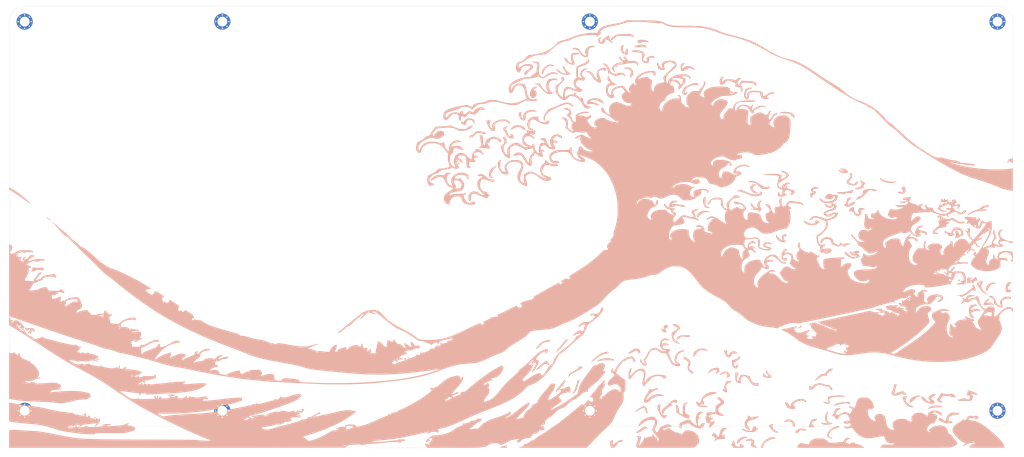
<source format=kicad_pcb>
(kicad_pcb (version 20211014) (generator pcbnew)
  (layers (0 "F.Cu" signal) (31 "B.Cu" signal) (34 "B.Paste" user) (35 "F.Paste" user) (36 "B.SilkS" user "B.Silkscreen") (37 "F.SilkS" user "F.Silkscreen") (38 "B.Mask" user) (39 "F.Mask" user) (44 "Edge.Cuts" user))
  (net 0 "")
  (net 1 "GND")
  (footprint "keyboard:MountingHole_3.2mm_M2_Pad_Via" (layer "F.Cu") (at 61.89 81.232)
    (fp_text reference "MountBaseMiddleTop1" hide)
    (fp_text value "MountingHole")
    (pad "1" thru_hole circle (at 1.49 1.49) (size 0.7 0.7) (drill 0.4) (layers *.Cu *.Mask))
    (pad "1" thru_hole circle (at 1.49 -1.49) (size 0.7 0.7) (drill 0.4) (layers *.Cu *.Mask))
    (pad "1" thru_hole circle (at 0 0) (size 5.2 5.2) (drill 3.2) (layers *.Cu *.Mask))
    (pad "1" thru_hole circle (at 2.1 0) (size 0.7 0.7) (drill 0.4) (layers *.Cu *.Mask))
    (pad "1" thru_hole circle (at -2.1 0) (size 0.7 0.7) (drill 0.4) (layers *.Cu *.Mask))
    (pad "1" thru_hole circle (at -1.49 1.49) (size 0.7 0.7) (drill 0.4) (layers *.Cu *.Mask))
    (pad "1" thru_hole circle (at 0 2.1) (size 0.7 0.7) (drill 0.4) (layers *.Cu *.Mask))
    (pad "1" thru_hole circle (at -1.49 -1.49) (size 0.7 0.7) (drill 0.4) (layers *.Cu *.Mask))
    (pad "1" thru_hole circle (at 0 -2.1) (size 0.7 0.7) (drill 0.4) (layers *.Cu *.Mask))
  )
  (footprint "keyboard:MountingHole_3.2mm_M2_Pad_Via" (layer "F.Cu") (at 61.89 207.232)
    (fp_text reference "MountBaseMiddleTop2" hide)
    (fp_text value "MountingHole")
    (pad "1" thru_hole circle (at -2.1 0) (size 0.7 0.7) (drill 0.4) (layers *.Cu *.Mask))
    (pad "1" thru_hole circle (at -1.49 -1.49) (size 0.7 0.7) (drill 0.4) (layers *.Cu *.Mask))
    (pad "1" thru_hole circle (at 2.1 0) (size 0.7 0.7) (drill 0.4) (layers *.Cu *.Mask))
    (pad "1" thru_hole circle (at 0 0) (size 5.2 5.2) (drill 3.2) (layers *.Cu *.Mask))
    (pad "1" thru_hole circle (at -1.49 1.49) (size 0.7 0.7) (drill 0.4) (layers *.Cu *.Mask))
    (pad "1" thru_hole circle (at 0 -2.1) (size 0.7 0.7) (drill 0.4) (layers *.Cu *.Mask))
    (pad "1" thru_hole circle (at 0 2.1) (size 0.7 0.7) (drill 0.4) (layers *.Cu *.Mask))
    (pad "1" thru_hole circle (at 1.49 1.49) (size 0.7 0.7) (drill 0.4) (layers *.Cu *.Mask))
    (pad "1" thru_hole circle (at 1.49 -1.49) (size 0.7 0.7) (drill 0.4) (layers *.Cu *.Mask))
  )
  (footprint "keyboard:MountingHole_3.2mm_M2_Pad_Via" (layer "F.Cu") (at 244.89 81.232)
    (fp_text reference "MountBaseMiddleTop5" hide)
    (fp_text value "MountingHole")
    (pad "1" thru_hole circle (at 2.1 0) (size 0.7 0.7) (drill 0.4) (layers *.Cu *.Mask))
    (pad "1" thru_hole circle (at -2.1 0) (size 0.7 0.7) (drill 0.4) (layers *.Cu *.Mask))
    (pad "1" thru_hole circle (at -1.49 1.49) (size 0.7 0.7) (drill 0.4) (layers *.Cu *.Mask))
    (pad "1" thru_hole circle (at 0 0) (size 5.2 5.2) (drill 3.2) (layers *.Cu *.Mask))
    (pad "1" thru_hole circle (at -1.49 -1.49) (size 0.7 0.7) (drill 0.4) (layers *.Cu *.Mask))
    (pad "1" thru_hole circle (at 0 -2.1) (size 0.7 0.7) (drill 0.4) (layers *.Cu *.Mask))
    (pad "1" thru_hole circle (at 1.49 -1.49) (size 0.7 0.7) (drill 0.4) (layers *.Cu *.Mask))
    (pad "1" thru_hole circle (at 0 2.1) (size 0.7 0.7) (drill 0.4) (layers *.Cu *.Mask))
    (pad "1" thru_hole circle (at 1.49 1.49) (size 0.7 0.7) (drill 0.4) (layers *.Cu *.Mask))
  )
  (footprint "keyboard:MountingHole_3.2mm_M2_Pad_Via" (layer "F.Cu") (at 244.89 207.232)
    (fp_text reference "MountBaseMiddleTop6" hide)
    (fp_text value "MountingHole")
    (pad "1" thru_hole circle (at 1.49 -1.49) (size 0.7 0.7) (drill 0.4) (layers *.Cu *.Mask))
    (pad "1" thru_hole circle (at 1.49 1.49) (size 0.7 0.7) (drill 0.4) (layers *.Cu *.Mask))
    (pad "1" thru_hole circle (at 0 2.1) (size 0.7 0.7) (drill 0.4) (layers *.Cu *.Mask))
    (pad "1" thru_hole circle (at 0 -2.1) (size 0.7 0.7) (drill 0.4) (layers *.Cu *.Mask))
    (pad "1" thru_hole circle (at 2.1 0) (size 0.7 0.7) (drill 0.4) (layers *.Cu *.Mask))
    (pad "1" thru_hole circle (at -1.49 1.49) (size 0.7 0.7) (drill 0.4) (layers *.Cu *.Mask))
    (pad "1" thru_hole circle (at -1.49 -1.49) (size 0.7 0.7) (drill 0.4) (layers *.Cu *.Mask))
    (pad "1" thru_hole circle (at 0 0) (size 5.2 5.2) (drill 3.2) (layers *.Cu *.Mask))
    (pad "1" thru_hole circle (at -2.1 0) (size 0.7 0.7) (drill 0.4) (layers *.Cu *.Mask))
  )
  (footprint "keyboard:MountingHole_3.2mm_M2_Pad_Via" (layer "F.Cu") (at 125.89 207.232)
    (fp_text reference "MountBaseMiddleTop4" hide)
    (fp_text value "MountingHole")
    (pad "1" thru_hole circle (at 0 -2.1) (size 0.7 0.7) (drill 0.4) (layers *.Cu *.Mask))
    (pad "1" thru_hole circle (at 1.49 -1.49) (size 0.7 0.7) (drill 0.4) (layers *.Cu *.Mask))
    (pad "1" thru_hole circle (at -1.49 1.49) (size 0.7 0.7) (drill 0.4) (layers *.Cu *.Mask))
    (pad "1" thru_hole circle (at -1.49 -1.49) (size 0.7 0.7) (drill 0.4) (layers *.Cu *.Mask))
    (pad "1" thru_hole circle (at -2.1 0) (size 0.7 0.7) (drill 0.4) (layers *.Cu *.Mask))
    (pad "1" thru_hole circle (at 0 2.1) (size 0.7 0.7) (drill 0.4) (layers *.Cu *.Mask))
    (pad "1" thru_hole circle (at 2.1 0) (size 0.7 0.7) (drill 0.4) (layers *.Cu *.Mask))
    (pad "1" thru_hole circle (at 0 0) (size 5.2 5.2) (drill 3.2) (layers *.Cu *.Mask))
    (pad "1" thru_hole circle (at 1.49 1.49) (size 0.7 0.7) (drill 0.4) (layers *.Cu *.Mask))
  )
  (footprint "keyboard:MountingHole_3.2mm_M2_Pad_Via" (layer "F.Cu") (at 125.89 81.232)
    (fp_text reference "MountBaseMiddleTop3" hide)
    (fp_text value "MountingHole")
    (pad "1" thru_hole circle (at -1.49 -1.49) (size 0.7 0.7) (drill 0.4) (layers *.Cu *.Mask))
    (pad "1" thru_hole circle (at 2.1 0) (size 0.7 0.7) (drill 0.4) (layers *.Cu *.Mask))
    (pad "1" thru_hole circle (at 1.49 1.49) (size 0.7 0.7) (drill 0.4) (layers *.Cu *.Mask))
    (pad "1" thru_hole circle (at 0 -2.1) (size 0.7 0.7) (drill 0.4) (layers *.Cu *.Mask))
    (pad "1" thru_hole circle (at 0 0) (size 5.2 5.2) (drill 3.2) (layers *.Cu *.Mask))
    (pad "1" thru_hole circle (at -2.1 0) (size 0.7 0.7) (drill 0.4) (layers *.Cu *.Mask))
    (pad "1" thru_hole circle (at 1.49 -1.49) (size 0.7 0.7) (drill 0.4) (layers *.Cu *.Mask))
    (pad "1" thru_hole circle (at -1.49 1.49) (size 0.7 0.7) (drill 0.4) (layers *.Cu *.Mask))
    (pad "1" thru_hole circle (at 0 2.1) (size 0.7 0.7) (drill 0.4) (layers *.Cu *.Mask))
  )
  (footprint "keyboard:MountingHole_3.2mm_M2_Pad_Via" (layer "F.Cu") (at 376.89 207.232)
    (fp_text reference "MountBaseMiddleTop8" hide)
    (fp_text value "MountingHole")
    (pad "1" thru_hole circle (at -1.49 1.49) (size 0.7 0.7) (drill 0.4) (layers *.Cu *.Mask))
    (pad "1" thru_hole circle (at 0 -2.1) (size 0.7 0.7) (drill 0.4) (layers *.Cu *.Mask))
    (pad "1" thru_hole circle (at 0 0) (size 5.2 5.2) (drill 3.2) (layers *.Cu *.Mask))
    (pad "1" thru_hole circle (at -2.1 0) (size 0.7 0.7) (drill 0.4) (layers *.Cu *.Mask))
    (pad "1" thru_hole circle (at 0 2.1) (size 0.7 0.7) (drill 0.4) (layers *.Cu *.Mask))
    (pad "1" thru_hole circle (at 1.49 1.49) (size 0.7 0.7) (drill 0.4) (layers *.Cu *.Mask))
    (pad "1" thru_hole circle (at 1.49 -1.49) (size 0.7 0.7) (drill 0.4) (layers *.Cu *.Mask))
    (pad "1" thru_hole circle (at 2.1 0) (size 0.7 0.7) (drill 0.4) (layers *.Cu *.Mask))
    (pad "1" thru_hole circle (at -1.49 -1.49) (size 0.7 0.7) (drill 0.4) (layers *.Cu *.Mask))
  )
  (footprint "keyboard:MountingHole_3.2mm_M2_Pad_Via" (layer "F.Cu") (at 376.89 81.232)
    (fp_text reference "MountBaseMiddleTop7" hide)
    (fp_text value "MountingHole")
    (pad "1" thru_hole circle (at -2.1 0) (size 0.7 0.7) (drill 0.4) (layers *.Cu *.Mask))
    (pad "1" thru_hole circle (at 0 0) (size 5.2 5.2) (drill 3.2) (layers *.Cu *.Mask))
    (pad "1" thru_hole circle (at -1.49 -1.49) (size 0.7 0.7) (drill 0.4) (layers *.Cu *.Mask))
    (pad "1" thru_hole circle (at 0 -2.1) (size 0.7 0.7) (drill 0.4) (layers *.Cu *.Mask))
    (pad "1" thru_hole circle (at 2.1 0) (size 0.7 0.7) (drill 0.4) (layers *.Cu *.Mask))
    (pad "1" thru_hole circle (at 0 2.1) (size 0.7 0.7) (drill 0.4) (layers *.Cu *.Mask))
    (pad "1" thru_hole circle (at 1.49 -1.49) (size 0.7 0.7) (drill 0.4) (layers *.Cu *.Mask))
    (pad "1" thru_hole circle (at -1.49 1.49) (size 0.7 0.7) (drill 0.4) (layers *.Cu *.Mask))
    (pad "1" thru_hole circle (at 1.49 1.49) (size 0.7 0.7) (drill 0.4) (layers *.Cu *.Mask))
  )
  (footprint "keyboard:hokusai" (layer "B.Cu") (at 219.38 149.212 180)
    (fp_text reference "LogoBase1" hide)
    (fp_text value "LOGO" hide)
  )
  (gr_line (start 376.89 76.232) (end 61.89 76.232) (layer "Edge.Cuts") (width 0.05))
  (gr_arc (start 61.89 212.232) (mid 58.354466 210.767534) (end 56.89 207.232) (layer "Edge.Cuts") (width 0.05))
  (gr_arc (start 381.89 207.232) (mid 380.425534 210.767534) (end 376.89 212.232) (layer "Edge.Cuts") (width 0.05))
  (gr_arc (start 376.89 76.232) (mid 380.425534 77.696466) (end 381.89 81.232) (layer "Edge.Cuts") (width 0.05))
  (gr_line (start 381.89 207.232) (end 381.89 81.232) (layer "Edge.Cuts") (width 0.05))
  (gr_circle (center 376.89 81.232001) (end 377.99 81.232001) (layer "Edge.Cuts") (width 0.05) (fill none))
  (gr_circle (center 376.89 207.232149) (end 377.99 207.232149) (layer "Edge.Cuts") (width 0.05) (fill none))
  (gr_line (start 61.89 212.232) (end 148.053656 212.232) (layer "Edge.Cuts") (width 0.05))
  (gr_line (start 148.053656 212.232) (end 174.178012 219.232) (layer "Edge.Cuts") (width 0.05))
  (gr_line (start 196.489483 219.232) (end 222.613839 212.232) (layer "Edge.Cuts") (width 0.05))
  (gr_line (start 236.7994 212.232) (end 222.613839 212.232) (layer "Edge.Cuts") (width 0.05))
  (gr_line (start 56.89 81.232) (end 56.89 207.232) (layer "Edge.Cuts") (width 0.05))
  (gr_line (start 174.178012 219.232) (end 196.489483 219.232) (layer "Edge.Cuts") (width 0.05))
  (gr_arc (start 56.889999 81.232001) (mid 58.354465 77.696466) (end 61.89 76.232) (layer "Edge.Cuts") (width 0.05))
  (gr_line (start 376.89 212.232) (end 236.7994 212.232) (layer "Edge.Cuts") (width 0.05))
)
</source>
